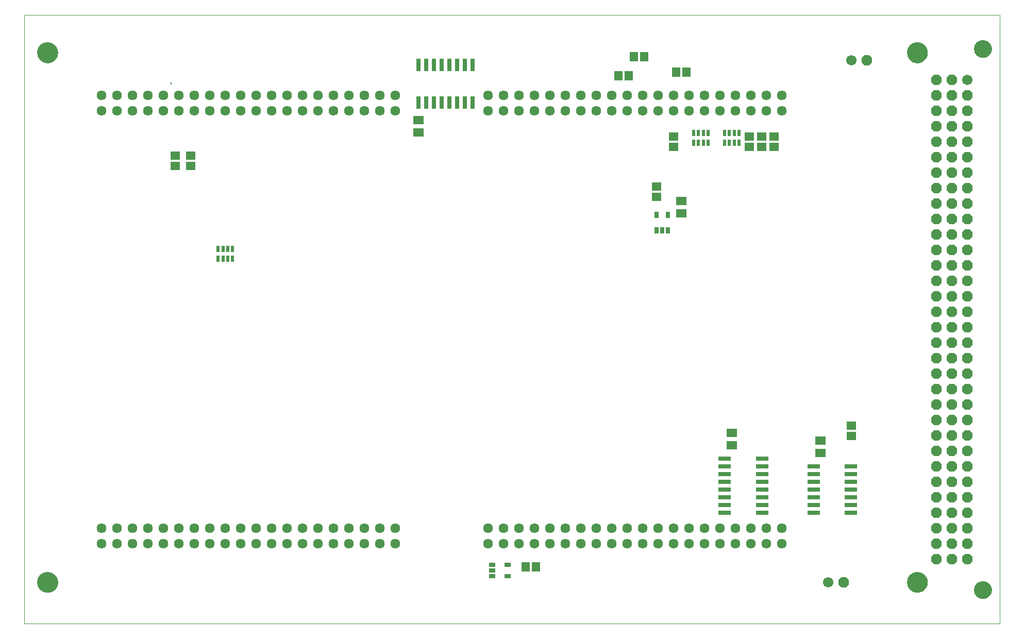
<source format=gbs>
G75*
G70*
%OFA0B0*%
%FSLAX24Y24*%
%IPPOS*%
%LPD*%
%AMOC8*
5,1,8,0,0,1.08239X$1,22.5*
%
%ADD10R,0.0670X0.0552*%
%ADD11R,0.0840X0.0300*%
%ADD12C,0.0634*%
%ADD13R,0.0300X0.0840*%
%ADD14R,0.0100X0.0160*%
%ADD15R,0.0312X0.0430*%
%ADD16C,0.0000*%
%ADD17C,0.0670*%
%ADD18OC8,0.0670*%
%ADD19C,0.1140*%
%ADD20C,0.1340*%
%ADD21R,0.0430X0.0312*%
%ADD22R,0.0552X0.0631*%
%ADD23R,0.0631X0.0552*%
%ADD24R,0.0236X0.0394*%
D10*
X047348Y033976D03*
X047348Y034763D03*
X030348Y039226D03*
X030348Y040013D03*
X050598Y019763D03*
X050598Y018976D03*
X056348Y019263D03*
X056348Y018476D03*
D11*
X055888Y017620D03*
X055888Y017120D03*
X055888Y016620D03*
X055888Y016120D03*
X055888Y015620D03*
X055888Y015120D03*
X055888Y014620D03*
X058308Y014620D03*
X058308Y015120D03*
X058308Y015620D03*
X058308Y016120D03*
X058308Y016620D03*
X058308Y017120D03*
X058308Y017620D03*
X052558Y017620D03*
X052558Y018120D03*
X052558Y017120D03*
X052558Y016620D03*
X052558Y016120D03*
X052558Y015620D03*
X052558Y015120D03*
X052558Y014620D03*
X050138Y014620D03*
X050138Y015120D03*
X050138Y015620D03*
X050138Y016120D03*
X050138Y016620D03*
X050138Y017120D03*
X050138Y017620D03*
X050138Y018120D03*
D12*
X049848Y013620D03*
X050848Y013620D03*
X051848Y013620D03*
X052848Y013620D03*
X053848Y013620D03*
X053848Y012620D03*
X052848Y012620D03*
X051848Y012620D03*
X050848Y012620D03*
X049848Y012620D03*
X048848Y012620D03*
X047848Y012620D03*
X047848Y013620D03*
X048848Y013620D03*
X046848Y013620D03*
X045848Y013620D03*
X044848Y013620D03*
X043848Y013620D03*
X042848Y013620D03*
X041848Y013620D03*
X040848Y013620D03*
X039848Y013620D03*
X038848Y013620D03*
X037848Y013620D03*
X036848Y013620D03*
X035848Y013620D03*
X034848Y013620D03*
X034848Y012620D03*
X035848Y012620D03*
X036848Y012620D03*
X037848Y012620D03*
X038848Y012620D03*
X039848Y012620D03*
X040848Y012620D03*
X041848Y012620D03*
X042848Y012620D03*
X043848Y012620D03*
X044848Y012620D03*
X045848Y012620D03*
X046848Y012620D03*
X028848Y012620D03*
X027848Y012620D03*
X027848Y013620D03*
X028848Y013620D03*
X026848Y013620D03*
X025848Y013620D03*
X024848Y013620D03*
X023848Y013620D03*
X022848Y013620D03*
X021848Y013620D03*
X020848Y013620D03*
X019848Y013620D03*
X018848Y013620D03*
X017848Y013620D03*
X016848Y013620D03*
X015848Y013620D03*
X014848Y013620D03*
X013848Y013620D03*
X012848Y013620D03*
X011848Y013620D03*
X010848Y013620D03*
X009848Y013620D03*
X009848Y012620D03*
X010848Y012620D03*
X011848Y012620D03*
X012848Y012620D03*
X013848Y012620D03*
X014848Y012620D03*
X015848Y012620D03*
X016848Y012620D03*
X017848Y012620D03*
X018848Y012620D03*
X019848Y012620D03*
X020848Y012620D03*
X021848Y012620D03*
X022848Y012620D03*
X023848Y012620D03*
X024848Y012620D03*
X025848Y012620D03*
X026848Y012620D03*
X026848Y040620D03*
X025848Y040620D03*
X024848Y040620D03*
X024848Y041620D03*
X025848Y041620D03*
X026848Y041620D03*
X027848Y041620D03*
X028848Y041620D03*
X028848Y040620D03*
X027848Y040620D03*
X023848Y040620D03*
X022848Y040620D03*
X022848Y041620D03*
X023848Y041620D03*
X021848Y041620D03*
X020848Y041620D03*
X019848Y041620D03*
X018848Y041620D03*
X017848Y041620D03*
X016848Y041620D03*
X015848Y041620D03*
X014848Y041620D03*
X013848Y041620D03*
X012848Y041620D03*
X011848Y041620D03*
X010848Y041620D03*
X009848Y041620D03*
X009848Y040620D03*
X010848Y040620D03*
X011848Y040620D03*
X012848Y040620D03*
X013848Y040620D03*
X014848Y040620D03*
X015848Y040620D03*
X016848Y040620D03*
X017848Y040620D03*
X018848Y040620D03*
X019848Y040620D03*
X020848Y040620D03*
X021848Y040620D03*
X034848Y040620D03*
X035848Y040620D03*
X036848Y040620D03*
X036848Y041620D03*
X035848Y041620D03*
X034848Y041620D03*
X037848Y041620D03*
X038848Y041620D03*
X039848Y041620D03*
X040848Y041620D03*
X041848Y041620D03*
X042848Y041620D03*
X043848Y041620D03*
X044848Y041620D03*
X045848Y041620D03*
X046848Y041620D03*
X047848Y041620D03*
X048848Y041620D03*
X049848Y041620D03*
X050848Y041620D03*
X051848Y041620D03*
X052848Y041620D03*
X053848Y041620D03*
X053848Y040620D03*
X052848Y040620D03*
X051848Y040620D03*
X050848Y040620D03*
X049848Y040620D03*
X048848Y040620D03*
X047848Y040620D03*
X046848Y040620D03*
X045848Y040620D03*
X044848Y040620D03*
X043848Y040620D03*
X042848Y040620D03*
X041848Y040620D03*
X040848Y040620D03*
X039848Y040620D03*
X038848Y040620D03*
X037848Y040620D03*
D13*
X033848Y041160D03*
X033348Y041160D03*
X032848Y041160D03*
X032348Y041160D03*
X031848Y041160D03*
X031348Y041160D03*
X030848Y041160D03*
X030348Y041160D03*
X030348Y043580D03*
X030848Y043580D03*
X031348Y043580D03*
X031848Y043580D03*
X032348Y043580D03*
X032848Y043580D03*
X033348Y043580D03*
X033848Y043580D03*
D14*
X014348Y042370D03*
X014348Y042370D03*
D15*
X045724Y033881D03*
X046472Y033881D03*
X046472Y032862D03*
X046098Y032862D03*
X045724Y032862D03*
D16*
X004848Y046810D02*
X004848Y007430D01*
X067948Y007430D01*
X067948Y046810D01*
X004848Y046810D01*
X005698Y044370D02*
X005700Y044420D01*
X005706Y044470D01*
X005716Y044520D01*
X005729Y044568D01*
X005746Y044616D01*
X005767Y044662D01*
X005791Y044706D01*
X005819Y044748D01*
X005850Y044788D01*
X005884Y044825D01*
X005921Y044860D01*
X005960Y044891D01*
X006001Y044920D01*
X006045Y044945D01*
X006091Y044967D01*
X006138Y044985D01*
X006186Y044999D01*
X006235Y045010D01*
X006285Y045017D01*
X006335Y045020D01*
X006386Y045019D01*
X006436Y045014D01*
X006486Y045005D01*
X006534Y044993D01*
X006582Y044976D01*
X006628Y044956D01*
X006673Y044933D01*
X006716Y044906D01*
X006756Y044876D01*
X006794Y044843D01*
X006829Y044807D01*
X006862Y044768D01*
X006891Y044727D01*
X006917Y044684D01*
X006940Y044639D01*
X006959Y044592D01*
X006974Y044544D01*
X006986Y044495D01*
X006994Y044445D01*
X006998Y044395D01*
X006998Y044345D01*
X006994Y044295D01*
X006986Y044245D01*
X006974Y044196D01*
X006959Y044148D01*
X006940Y044101D01*
X006917Y044056D01*
X006891Y044013D01*
X006862Y043972D01*
X006829Y043933D01*
X006794Y043897D01*
X006756Y043864D01*
X006716Y043834D01*
X006673Y043807D01*
X006628Y043784D01*
X006582Y043764D01*
X006534Y043747D01*
X006486Y043735D01*
X006436Y043726D01*
X006386Y043721D01*
X006335Y043720D01*
X006285Y043723D01*
X006235Y043730D01*
X006186Y043741D01*
X006138Y043755D01*
X006091Y043773D01*
X006045Y043795D01*
X006001Y043820D01*
X005960Y043849D01*
X005921Y043880D01*
X005884Y043915D01*
X005850Y043952D01*
X005819Y043992D01*
X005791Y044034D01*
X005767Y044078D01*
X005746Y044124D01*
X005729Y044172D01*
X005716Y044220D01*
X005706Y044270D01*
X005700Y044320D01*
X005698Y044370D01*
X005698Y010120D02*
X005700Y010170D01*
X005706Y010220D01*
X005716Y010270D01*
X005729Y010318D01*
X005746Y010366D01*
X005767Y010412D01*
X005791Y010456D01*
X005819Y010498D01*
X005850Y010538D01*
X005884Y010575D01*
X005921Y010610D01*
X005960Y010641D01*
X006001Y010670D01*
X006045Y010695D01*
X006091Y010717D01*
X006138Y010735D01*
X006186Y010749D01*
X006235Y010760D01*
X006285Y010767D01*
X006335Y010770D01*
X006386Y010769D01*
X006436Y010764D01*
X006486Y010755D01*
X006534Y010743D01*
X006582Y010726D01*
X006628Y010706D01*
X006673Y010683D01*
X006716Y010656D01*
X006756Y010626D01*
X006794Y010593D01*
X006829Y010557D01*
X006862Y010518D01*
X006891Y010477D01*
X006917Y010434D01*
X006940Y010389D01*
X006959Y010342D01*
X006974Y010294D01*
X006986Y010245D01*
X006994Y010195D01*
X006998Y010145D01*
X006998Y010095D01*
X006994Y010045D01*
X006986Y009995D01*
X006974Y009946D01*
X006959Y009898D01*
X006940Y009851D01*
X006917Y009806D01*
X006891Y009763D01*
X006862Y009722D01*
X006829Y009683D01*
X006794Y009647D01*
X006756Y009614D01*
X006716Y009584D01*
X006673Y009557D01*
X006628Y009534D01*
X006582Y009514D01*
X006534Y009497D01*
X006486Y009485D01*
X006436Y009476D01*
X006386Y009471D01*
X006335Y009470D01*
X006285Y009473D01*
X006235Y009480D01*
X006186Y009491D01*
X006138Y009505D01*
X006091Y009523D01*
X006045Y009545D01*
X006001Y009570D01*
X005960Y009599D01*
X005921Y009630D01*
X005884Y009665D01*
X005850Y009702D01*
X005819Y009742D01*
X005791Y009784D01*
X005767Y009828D01*
X005746Y009874D01*
X005729Y009922D01*
X005716Y009970D01*
X005706Y010020D01*
X005700Y010070D01*
X005698Y010120D01*
X061948Y010120D02*
X061950Y010170D01*
X061956Y010220D01*
X061966Y010270D01*
X061979Y010318D01*
X061996Y010366D01*
X062017Y010412D01*
X062041Y010456D01*
X062069Y010498D01*
X062100Y010538D01*
X062134Y010575D01*
X062171Y010610D01*
X062210Y010641D01*
X062251Y010670D01*
X062295Y010695D01*
X062341Y010717D01*
X062388Y010735D01*
X062436Y010749D01*
X062485Y010760D01*
X062535Y010767D01*
X062585Y010770D01*
X062636Y010769D01*
X062686Y010764D01*
X062736Y010755D01*
X062784Y010743D01*
X062832Y010726D01*
X062878Y010706D01*
X062923Y010683D01*
X062966Y010656D01*
X063006Y010626D01*
X063044Y010593D01*
X063079Y010557D01*
X063112Y010518D01*
X063141Y010477D01*
X063167Y010434D01*
X063190Y010389D01*
X063209Y010342D01*
X063224Y010294D01*
X063236Y010245D01*
X063244Y010195D01*
X063248Y010145D01*
X063248Y010095D01*
X063244Y010045D01*
X063236Y009995D01*
X063224Y009946D01*
X063209Y009898D01*
X063190Y009851D01*
X063167Y009806D01*
X063141Y009763D01*
X063112Y009722D01*
X063079Y009683D01*
X063044Y009647D01*
X063006Y009614D01*
X062966Y009584D01*
X062923Y009557D01*
X062878Y009534D01*
X062832Y009514D01*
X062784Y009497D01*
X062736Y009485D01*
X062686Y009476D01*
X062636Y009471D01*
X062585Y009470D01*
X062535Y009473D01*
X062485Y009480D01*
X062436Y009491D01*
X062388Y009505D01*
X062341Y009523D01*
X062295Y009545D01*
X062251Y009570D01*
X062210Y009599D01*
X062171Y009630D01*
X062134Y009665D01*
X062100Y009702D01*
X062069Y009742D01*
X062041Y009784D01*
X062017Y009828D01*
X061996Y009874D01*
X061979Y009922D01*
X061966Y009970D01*
X061956Y010020D01*
X061950Y010070D01*
X061948Y010120D01*
X066298Y009620D02*
X066300Y009667D01*
X066306Y009713D01*
X066316Y009759D01*
X066329Y009803D01*
X066347Y009847D01*
X066368Y009888D01*
X066392Y009928D01*
X066420Y009966D01*
X066451Y010001D01*
X066485Y010033D01*
X066521Y010062D01*
X066560Y010088D01*
X066600Y010111D01*
X066643Y010130D01*
X066687Y010146D01*
X066732Y010158D01*
X066778Y010166D01*
X066825Y010170D01*
X066871Y010170D01*
X066918Y010166D01*
X066964Y010158D01*
X067009Y010146D01*
X067053Y010130D01*
X067096Y010111D01*
X067136Y010088D01*
X067175Y010062D01*
X067211Y010033D01*
X067245Y010001D01*
X067276Y009966D01*
X067304Y009928D01*
X067328Y009888D01*
X067349Y009847D01*
X067367Y009803D01*
X067380Y009759D01*
X067390Y009713D01*
X067396Y009667D01*
X067398Y009620D01*
X067396Y009573D01*
X067390Y009527D01*
X067380Y009481D01*
X067367Y009437D01*
X067349Y009393D01*
X067328Y009352D01*
X067304Y009312D01*
X067276Y009274D01*
X067245Y009239D01*
X067211Y009207D01*
X067175Y009178D01*
X067136Y009152D01*
X067096Y009129D01*
X067053Y009110D01*
X067009Y009094D01*
X066964Y009082D01*
X066918Y009074D01*
X066871Y009070D01*
X066825Y009070D01*
X066778Y009074D01*
X066732Y009082D01*
X066687Y009094D01*
X066643Y009110D01*
X066600Y009129D01*
X066560Y009152D01*
X066521Y009178D01*
X066485Y009207D01*
X066451Y009239D01*
X066420Y009274D01*
X066392Y009312D01*
X066368Y009352D01*
X066347Y009393D01*
X066329Y009437D01*
X066316Y009481D01*
X066306Y009527D01*
X066300Y009573D01*
X066298Y009620D01*
X061948Y044370D02*
X061950Y044420D01*
X061956Y044470D01*
X061966Y044520D01*
X061979Y044568D01*
X061996Y044616D01*
X062017Y044662D01*
X062041Y044706D01*
X062069Y044748D01*
X062100Y044788D01*
X062134Y044825D01*
X062171Y044860D01*
X062210Y044891D01*
X062251Y044920D01*
X062295Y044945D01*
X062341Y044967D01*
X062388Y044985D01*
X062436Y044999D01*
X062485Y045010D01*
X062535Y045017D01*
X062585Y045020D01*
X062636Y045019D01*
X062686Y045014D01*
X062736Y045005D01*
X062784Y044993D01*
X062832Y044976D01*
X062878Y044956D01*
X062923Y044933D01*
X062966Y044906D01*
X063006Y044876D01*
X063044Y044843D01*
X063079Y044807D01*
X063112Y044768D01*
X063141Y044727D01*
X063167Y044684D01*
X063190Y044639D01*
X063209Y044592D01*
X063224Y044544D01*
X063236Y044495D01*
X063244Y044445D01*
X063248Y044395D01*
X063248Y044345D01*
X063244Y044295D01*
X063236Y044245D01*
X063224Y044196D01*
X063209Y044148D01*
X063190Y044101D01*
X063167Y044056D01*
X063141Y044013D01*
X063112Y043972D01*
X063079Y043933D01*
X063044Y043897D01*
X063006Y043864D01*
X062966Y043834D01*
X062923Y043807D01*
X062878Y043784D01*
X062832Y043764D01*
X062784Y043747D01*
X062736Y043735D01*
X062686Y043726D01*
X062636Y043721D01*
X062585Y043720D01*
X062535Y043723D01*
X062485Y043730D01*
X062436Y043741D01*
X062388Y043755D01*
X062341Y043773D01*
X062295Y043795D01*
X062251Y043820D01*
X062210Y043849D01*
X062171Y043880D01*
X062134Y043915D01*
X062100Y043952D01*
X062069Y043992D01*
X062041Y044034D01*
X062017Y044078D01*
X061996Y044124D01*
X061979Y044172D01*
X061966Y044220D01*
X061956Y044270D01*
X061950Y044320D01*
X061948Y044370D01*
X066298Y044620D02*
X066300Y044667D01*
X066306Y044713D01*
X066316Y044759D01*
X066329Y044803D01*
X066347Y044847D01*
X066368Y044888D01*
X066392Y044928D01*
X066420Y044966D01*
X066451Y045001D01*
X066485Y045033D01*
X066521Y045062D01*
X066560Y045088D01*
X066600Y045111D01*
X066643Y045130D01*
X066687Y045146D01*
X066732Y045158D01*
X066778Y045166D01*
X066825Y045170D01*
X066871Y045170D01*
X066918Y045166D01*
X066964Y045158D01*
X067009Y045146D01*
X067053Y045130D01*
X067096Y045111D01*
X067136Y045088D01*
X067175Y045062D01*
X067211Y045033D01*
X067245Y045001D01*
X067276Y044966D01*
X067304Y044928D01*
X067328Y044888D01*
X067349Y044847D01*
X067367Y044803D01*
X067380Y044759D01*
X067390Y044713D01*
X067396Y044667D01*
X067398Y044620D01*
X067396Y044573D01*
X067390Y044527D01*
X067380Y044481D01*
X067367Y044437D01*
X067349Y044393D01*
X067328Y044352D01*
X067304Y044312D01*
X067276Y044274D01*
X067245Y044239D01*
X067211Y044207D01*
X067175Y044178D01*
X067136Y044152D01*
X067096Y044129D01*
X067053Y044110D01*
X067009Y044094D01*
X066964Y044082D01*
X066918Y044074D01*
X066871Y044070D01*
X066825Y044070D01*
X066778Y044074D01*
X066732Y044082D01*
X066687Y044094D01*
X066643Y044110D01*
X066600Y044129D01*
X066560Y044152D01*
X066521Y044178D01*
X066485Y044207D01*
X066451Y044239D01*
X066420Y044274D01*
X066392Y044312D01*
X066368Y044352D01*
X066347Y044393D01*
X066329Y044437D01*
X066316Y044481D01*
X066306Y044527D01*
X066300Y044573D01*
X066298Y044620D01*
D17*
X065848Y042620D03*
X058348Y043870D03*
X056848Y010120D03*
D18*
X057848Y010120D03*
X063848Y011620D03*
X063848Y012620D03*
X063848Y013620D03*
X063848Y014620D03*
X063848Y015620D03*
X063848Y016620D03*
X063848Y017620D03*
X063848Y018620D03*
X063848Y019620D03*
X063848Y020620D03*
X063848Y021620D03*
X063848Y022620D03*
X063848Y023620D03*
X063848Y024620D03*
X063848Y025620D03*
X063848Y026620D03*
X063848Y027620D03*
X063848Y028620D03*
X063848Y029620D03*
X063848Y030620D03*
X063848Y031620D03*
X063848Y032620D03*
X063848Y033620D03*
X063848Y034620D03*
X063848Y035620D03*
X063848Y036620D03*
X063848Y037620D03*
X063848Y038620D03*
X063848Y039620D03*
X063848Y040620D03*
X063848Y041620D03*
X063848Y042620D03*
X064848Y042620D03*
X064848Y041620D03*
X065848Y041620D03*
X065848Y040620D03*
X064848Y040620D03*
X064848Y039620D03*
X065848Y039620D03*
X065848Y038620D03*
X064848Y038620D03*
X064848Y037620D03*
X065848Y037620D03*
X065848Y036620D03*
X064848Y036620D03*
X064848Y035620D03*
X065848Y035620D03*
X065848Y034620D03*
X064848Y034620D03*
X064848Y033620D03*
X065848Y033620D03*
X065848Y032620D03*
X064848Y032620D03*
X064848Y031620D03*
X065848Y031620D03*
X065848Y030620D03*
X064848Y030620D03*
X064848Y029620D03*
X065848Y029620D03*
X065848Y028620D03*
X064848Y028620D03*
X064848Y027620D03*
X065848Y027620D03*
X065848Y026620D03*
X064848Y026620D03*
X064848Y025620D03*
X065848Y025620D03*
X065848Y024620D03*
X064848Y024620D03*
X064848Y023620D03*
X065848Y023620D03*
X065848Y022620D03*
X064848Y022620D03*
X064848Y021620D03*
X065848Y021620D03*
X065848Y020620D03*
X064848Y020620D03*
X064848Y019620D03*
X065848Y019620D03*
X065848Y018620D03*
X064848Y018620D03*
X064848Y017620D03*
X065848Y017620D03*
X065848Y016620D03*
X064848Y016620D03*
X064848Y015620D03*
X065848Y015620D03*
X065848Y014620D03*
X064848Y014620D03*
X064848Y013620D03*
X065848Y013620D03*
X065848Y012620D03*
X064848Y012620D03*
X064848Y011620D03*
X065848Y011620D03*
X059348Y043870D03*
D19*
X066848Y044620D03*
X066848Y009620D03*
D20*
X062598Y010120D03*
X062598Y044370D03*
X006348Y044370D03*
X006348Y010120D03*
D21*
X035090Y010496D03*
X035090Y010870D03*
X035090Y011244D03*
X036110Y011244D03*
X036110Y010496D03*
D22*
X037263Y011120D03*
X037933Y011120D03*
X043263Y042870D03*
X043933Y042870D03*
X044263Y044120D03*
X044933Y044120D03*
X047013Y043120D03*
X047683Y043120D03*
D23*
X046848Y038954D03*
X046848Y038285D03*
X045748Y035704D03*
X045748Y035035D03*
X051748Y038285D03*
X051748Y038954D03*
X052548Y038954D03*
X052548Y038285D03*
X053348Y038285D03*
X053348Y038954D03*
X058348Y020254D03*
X058348Y019585D03*
X015598Y037035D03*
X015598Y037704D03*
X014598Y037704D03*
X014598Y037035D03*
D24*
X017375Y031684D03*
X017690Y031684D03*
X018005Y031684D03*
X018320Y031684D03*
X018320Y031055D03*
X018005Y031055D03*
X017690Y031055D03*
X017375Y031055D03*
X048125Y038555D03*
X048440Y038555D03*
X048755Y038555D03*
X049070Y038555D03*
X049070Y039184D03*
X048755Y039184D03*
X048440Y039184D03*
X048125Y039184D03*
X050125Y039184D03*
X050440Y039184D03*
X050755Y039184D03*
X051070Y039184D03*
X051070Y038555D03*
X050755Y038555D03*
X050440Y038555D03*
X050125Y038555D03*
M02*

</source>
